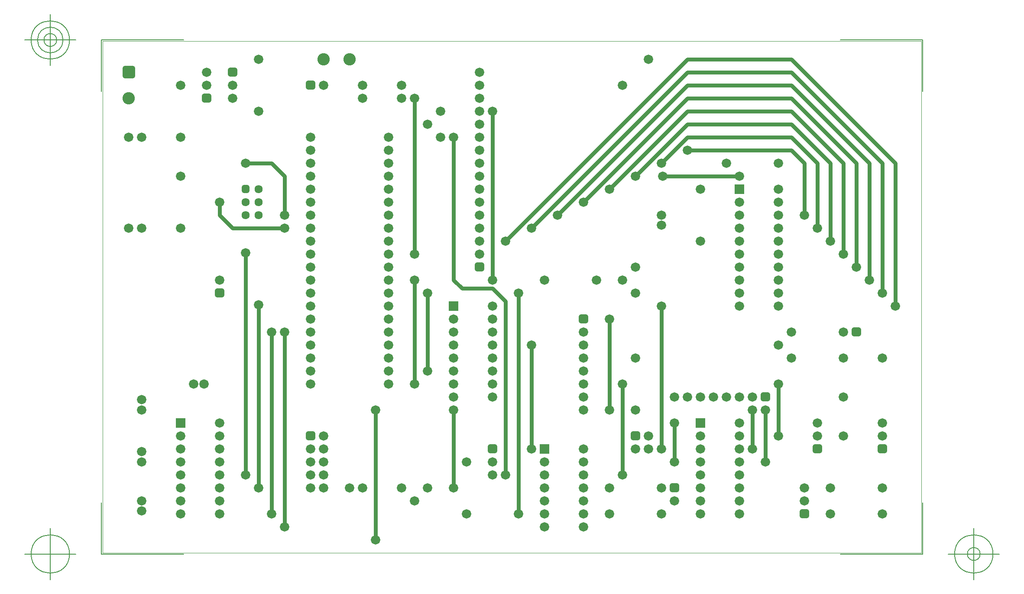
<source format=gbr>
G04 Generated by Ultiboard 14.1 *
%FSLAX25Y25*%
%MOIN*%

%ADD10C,0.00001*%
%ADD11C,0.03000*%
%ADD12C,0.00500*%
%ADD13C,0.00004*%
%ADD14C,0.07200*%
%ADD15R,0.07200X0.07200*%
%ADD16R,0.03283X0.03283*%
%ADD17C,0.03917*%
%ADD18C,0.09500*%
%ADD19R,0.05583X0.05583*%
%ADD20C,0.00100*%
%ADD21C,0.06334*%
%ADD22R,0.02083X0.02083*%


G04 ColorRGB 00FF00 for the following layer *
%LNCopper Top*%
%LPD*%
G54D10*
G54D11*
X610000Y300000D02*
X610000Y190000D01*
X530000Y380000D02*
X610000Y300000D01*
X590000Y300000D02*
X590000Y210000D01*
X530000Y360000D02*
X590000Y300000D01*
X580000Y300000D02*
X580000Y220000D01*
X530000Y350000D02*
X580000Y300000D01*
X570000Y300000D02*
X570000Y230000D01*
X530000Y340000D02*
X570000Y300000D01*
X560000Y300000D02*
X560000Y240000D01*
X530000Y330000D02*
X560000Y300000D01*
X550000Y250000D02*
X550000Y300000D01*
X530000Y320000D02*
X550000Y300000D01*
X600000Y300000D02*
X600000Y200000D01*
X530000Y370000D02*
X600000Y300000D01*
X540000Y300000D02*
X540000Y260000D01*
X310000Y240000D02*
X450000Y380000D01*
X530000Y380000D01*
X330000Y250000D02*
X450000Y370000D01*
X530000Y370000D01*
X350000Y260000D02*
X450000Y360000D01*
X530000Y360000D01*
X370000Y270000D02*
X450000Y350000D01*
X530000Y350000D01*
X390000Y280000D02*
X450000Y340000D01*
X530000Y340000D01*
X410000Y290000D02*
X450000Y330000D01*
X530000Y330000D01*
X430000Y300000D02*
X450000Y320000D01*
X530000Y320000D01*
X450000Y310000D02*
X530000Y310000D01*
X540000Y300000D01*
X120000Y190000D02*
X120000Y50000D01*
X110000Y230000D02*
X110000Y60000D01*
X330000Y160000D02*
X330000Y80000D01*
X270000Y210000D02*
X270000Y320000D01*
X270000Y50000D02*
X270000Y110000D01*
X240000Y230000D02*
X240000Y350000D01*
X240000Y210000D02*
X240000Y130000D01*
X250000Y200000D02*
X250000Y140000D01*
X300000Y210000D02*
X300000Y340000D01*
X130000Y30000D02*
X130000Y170000D01*
X320000Y200000D02*
X320000Y30000D01*
X140000Y170000D02*
X140000Y20000D01*
X430000Y190000D02*
X430000Y80000D01*
X400000Y60000D02*
X400000Y130000D01*
X440000Y70000D02*
X440000Y100000D01*
X520000Y130000D02*
X520000Y90000D01*
X510000Y70000D02*
X510000Y110000D01*
X500000Y80000D02*
X500000Y110000D01*
X390000Y180000D02*
X390000Y110000D01*
X210000Y10000D02*
X210000Y110000D01*
X430000Y290000D02*
X490000Y290000D01*
X90000Y270000D02*
X90000Y260000D01*
X100000Y250000D01*
X140000Y250000D01*
X140000Y260000D02*
X140000Y290000D01*
X130000Y300000D01*
X110000Y300000D01*
X310000Y60000D02*
X310000Y193500D01*
X300000Y203500D02*
X276500Y203500D01*
X270000Y210000D01*
X300000Y203500D02*
X310000Y193500D01*
G54D12*
X-1000Y-1000D02*
X-1000Y38570D01*
X-1000Y-1000D02*
X62192Y-1000D01*
X630921Y-1000D02*
X567729Y-1000D01*
X630921Y-1000D02*
X630921Y38570D01*
X630921Y394701D02*
X630921Y355131D01*
X630921Y394701D02*
X567729Y394701D01*
X-1000Y394701D02*
X62192Y394701D01*
X-1000Y394701D02*
X-1000Y355131D01*
X-20685Y-1000D02*
X-60055Y-1000D01*
X-40370Y-20685D02*
X-40370Y18685D01*
X-55134Y-1000D02*
G75*
D01*
G02X-55134Y-1000I14764J0*
G01*
X650606Y-1000D02*
X689976Y-1000D01*
X670291Y-20685D02*
X670291Y18685D01*
X655528Y-1000D02*
G75*
D01*
G02X655528Y-1000I14763J0*
G01*
X665370Y-1000D02*
G75*
D01*
G02X665370Y-1000I4921J0*
G01*
X-20685Y394701D02*
X-60055Y394701D01*
X-40370Y375016D02*
X-40370Y414386D01*
X-55134Y394701D02*
G75*
D01*
G02X-55134Y394701I14764J0*
G01*
X-50213Y394701D02*
G75*
D01*
G02X-50213Y394701I9843J0*
G01*
X-45291Y394701D02*
G75*
D01*
G02X-45291Y394701I4921J0*
G01*
X-1000Y-1000D02*
X-1000Y38570D01*
X-1000Y-1000D02*
X62192Y-1000D01*
X630921Y-1000D02*
X567729Y-1000D01*
X630921Y-1000D02*
X630921Y38570D01*
X630921Y394701D02*
X630921Y355131D01*
X630921Y394701D02*
X567729Y394701D01*
X-1000Y394701D02*
X62192Y394701D01*
X-1000Y394701D02*
X-1000Y355131D01*
X-20685Y-1000D02*
X-60055Y-1000D01*
X-40370Y-20685D02*
X-40370Y18685D01*
X-55134Y-1000D02*
G75*
D01*
G02X-55134Y-1000I14764J0*
G01*
X650606Y-1000D02*
X689976Y-1000D01*
X670291Y-20685D02*
X670291Y18685D01*
X655528Y-1000D02*
G75*
D01*
G02X655528Y-1000I14763J0*
G01*
X665370Y-1000D02*
G75*
D01*
G02X665370Y-1000I4921J0*
G01*
X-20685Y394701D02*
X-60055Y394701D01*
X-40370Y375016D02*
X-40370Y414386D01*
X-55134Y394701D02*
G75*
D01*
G02X-55134Y394701I14764J0*
G01*
X-50213Y394701D02*
G75*
D01*
G02X-50213Y394701I9843J0*
G01*
X-45291Y394701D02*
G75*
D01*
G02X-45291Y394701I4921J0*
G01*
G54D13*
X0Y0D02*
X629921Y0D01*
X629921Y393701D01*
X0Y393701D01*
X0Y0D01*
G54D14*
X60000Y40000D03*
X60000Y30000D03*
X90000Y40000D03*
X90000Y30000D03*
X90000Y100000D03*
X60000Y80000D03*
X60000Y90000D03*
X60000Y70000D03*
X60000Y50000D03*
X60000Y60000D03*
X90000Y70000D03*
X90000Y80000D03*
X90000Y90000D03*
X90000Y50000D03*
X90000Y60000D03*
X77833Y130000D03*
X70000Y130000D03*
X30000Y320000D03*
X20000Y320000D03*
X100000Y359989D03*
X100000Y349989D03*
X160000Y270000D03*
X220000Y270000D03*
X220000Y300000D03*
X220000Y310000D03*
X220000Y320000D03*
X220000Y280000D03*
X220000Y290000D03*
X220000Y210000D03*
X220000Y240000D03*
X220000Y250000D03*
X220000Y260000D03*
X220000Y220000D03*
X220000Y230000D03*
X220000Y180000D03*
X220000Y190000D03*
X220000Y200000D03*
X220000Y150000D03*
X220000Y160000D03*
X220000Y170000D03*
X220000Y140000D03*
X220000Y130000D03*
X160000Y300000D03*
X160000Y310000D03*
X160000Y320000D03*
X160000Y280000D03*
X160000Y290000D03*
X160000Y210000D03*
X160000Y240000D03*
X160000Y250000D03*
X160000Y260000D03*
X160000Y230000D03*
X160000Y220000D03*
X160000Y180000D03*
X160000Y200000D03*
X160000Y190000D03*
X160000Y150000D03*
X160000Y170000D03*
X160000Y160000D03*
X160000Y140000D03*
X160000Y130000D03*
X300000Y190000D03*
X270000Y170000D03*
X270000Y180000D03*
X270000Y160000D03*
X270000Y140000D03*
X270000Y150000D03*
X270000Y130000D03*
X270000Y120000D03*
X300000Y130000D03*
X300000Y160000D03*
X300000Y170000D03*
X300000Y180000D03*
X300000Y140000D03*
X300000Y150000D03*
X300000Y120000D03*
X340000Y210000D03*
X380000Y210000D03*
X230000Y360000D03*
X230000Y350000D03*
X200000Y360000D03*
X200000Y350000D03*
X520000Y280000D03*
X490000Y270000D03*
X490000Y250000D03*
X490000Y260000D03*
X490000Y240000D03*
X490000Y220000D03*
X490000Y230000D03*
X490000Y210000D03*
X490000Y200000D03*
X490000Y190000D03*
X520000Y220000D03*
X520000Y250000D03*
X520000Y270000D03*
X520000Y260000D03*
X520000Y240000D03*
X520000Y230000D03*
X520000Y210000D03*
X520000Y200000D03*
X520000Y190000D03*
X480000Y300000D03*
X520000Y300000D03*
X460000Y240000D03*
X460000Y280000D03*
X430000Y252167D03*
X430000Y260000D03*
X250000Y330000D03*
X260000Y320000D03*
X260000Y340000D03*
X60000Y360000D03*
X60000Y320000D03*
X60000Y290000D03*
X60000Y250000D03*
X30000Y250000D03*
X20000Y250000D03*
X30000Y32167D03*
X30000Y40000D03*
X30000Y117833D03*
X30000Y110000D03*
X30000Y77833D03*
X30000Y70000D03*
X200000Y50000D03*
X190000Y50000D03*
X250000Y50000D03*
X240000Y40000D03*
X230000Y50000D03*
X280000Y70000D03*
X280000Y30000D03*
X340000Y30000D03*
X340000Y20000D03*
X370000Y20000D03*
X370000Y30000D03*
X370000Y80000D03*
X340000Y50000D03*
X340000Y70000D03*
X340000Y60000D03*
X340000Y40000D03*
X370000Y50000D03*
X370000Y70000D03*
X370000Y60000D03*
X370000Y40000D03*
X460000Y30000D03*
X490000Y30000D03*
X490000Y100000D03*
X460000Y80000D03*
X460000Y90000D03*
X460000Y70000D03*
X460000Y50000D03*
X460000Y60000D03*
X460000Y40000D03*
X490000Y40000D03*
X490000Y70000D03*
X490000Y80000D03*
X490000Y90000D03*
X490000Y50000D03*
X490000Y60000D03*
X600000Y50000D03*
X560000Y50000D03*
X600000Y30000D03*
X560000Y30000D03*
X410000Y200000D03*
X400000Y210000D03*
X410000Y220000D03*
X390000Y30000D03*
X430000Y30000D03*
X390000Y50000D03*
X430000Y50000D03*
X410000Y110000D03*
X410000Y150000D03*
X530000Y150000D03*
X520000Y160000D03*
X530000Y170000D03*
X290000Y260000D03*
X290000Y230000D03*
X290000Y250000D03*
X290000Y240000D03*
X290000Y290000D03*
X290000Y280000D03*
X290000Y270000D03*
X290000Y310000D03*
X290000Y300000D03*
X290000Y320000D03*
X290000Y360000D03*
X290000Y340000D03*
X290000Y330000D03*
X290000Y350000D03*
X290000Y370000D03*
X170000Y360000D03*
X90000Y210000D03*
X600000Y150000D03*
X570000Y150000D03*
X570000Y170000D03*
X550000Y90000D03*
X550000Y100000D03*
X600000Y90000D03*
X600000Y100000D03*
X540000Y40000D03*
X540000Y50000D03*
X440000Y40000D03*
X420000Y90000D03*
X410000Y80000D03*
X420000Y80000D03*
X440000Y120000D03*
X490000Y120000D03*
X500000Y120000D03*
X480000Y120000D03*
X460000Y120000D03*
X470000Y120000D03*
X450000Y120000D03*
X300000Y70000D03*
X300000Y60000D03*
X170000Y70000D03*
X160000Y70000D03*
X170000Y90000D03*
X170000Y80000D03*
X160000Y80000D03*
X160000Y50000D03*
X170000Y50000D03*
X170000Y60000D03*
X160000Y60000D03*
X370000Y110000D03*
X370000Y160000D03*
X370000Y170000D03*
X370000Y150000D03*
X370000Y130000D03*
X370000Y140000D03*
X370000Y120000D03*
X320000Y30000D03*
X310000Y60000D03*
X400000Y60000D03*
X440000Y70000D03*
X510000Y70000D03*
X330000Y80000D03*
X430000Y80000D03*
X500000Y80000D03*
X520000Y90000D03*
X440000Y100000D03*
X390000Y110000D03*
X500000Y110000D03*
X510000Y110000D03*
X400000Y130000D03*
X520000Y130000D03*
X330000Y160000D03*
X390000Y180000D03*
X430000Y190000D03*
X610000Y190000D03*
X320000Y200000D03*
X600000Y200000D03*
X210000Y10000D03*
X140000Y20000D03*
X130000Y30000D03*
X120000Y50000D03*
X270000Y50000D03*
X110000Y60000D03*
X210000Y110000D03*
X270000Y110000D03*
X240000Y130000D03*
X250000Y140000D03*
X130000Y170000D03*
X140000Y170000D03*
X120000Y191000D03*
X250000Y200000D03*
X240000Y210000D03*
X300000Y210000D03*
X590000Y210000D03*
X580000Y220000D03*
X110000Y231000D03*
X240000Y230000D03*
X570000Y230000D03*
X310000Y240000D03*
X560000Y240000D03*
X140000Y250000D03*
X330000Y250000D03*
X550000Y250000D03*
X140000Y260000D03*
X350000Y260000D03*
X540000Y260000D03*
X90000Y270000D03*
X370000Y270000D03*
X390000Y280000D03*
X410000Y290000D03*
X431000Y290000D03*
X490000Y290000D03*
X110000Y300000D03*
X430000Y300000D03*
X450000Y310000D03*
X270000Y320000D03*
X300000Y340000D03*
X240000Y350000D03*
X80000Y360000D03*
X80000Y370000D03*
X120000Y340000D03*
X120000Y380000D03*
X570000Y90000D03*
X570000Y90000D03*
X570000Y120000D03*
X570000Y120000D03*
X420000Y380000D03*
X420000Y380000D03*
X400000Y360000D03*
X400000Y360000D03*
G54D15*
X60000Y100000D03*
X270000Y190000D03*
X490000Y280000D03*
X340000Y80000D03*
X460000Y100000D03*
G54D16*
X100000Y369989D03*
X290000Y220000D03*
X160000Y360000D03*
X90000Y200000D03*
X580000Y170000D03*
X550000Y80000D03*
X600000Y80000D03*
X540000Y30000D03*
X440000Y50000D03*
X410000Y90000D03*
X510000Y120000D03*
X300000Y80000D03*
X160000Y90000D03*
X370000Y180000D03*
X80000Y350000D03*
G54D17*
X98359Y368348D02*
X101641Y368348D01*
X101641Y371630D01*
X98359Y371630D01*
X98359Y368348D01*D02*
X17209Y367209D02*
X22791Y367209D01*
X22791Y372791D01*
X17209Y372791D01*
X17209Y367209D01*D02*
X108959Y278959D02*
X111041Y278959D01*
X111041Y281041D01*
X108959Y281041D01*
X108959Y278959D01*D02*
X288359Y218359D02*
X291641Y218359D01*
X291641Y221641D01*
X288359Y221641D01*
X288359Y218359D01*D02*
X158359Y358359D02*
X161641Y358359D01*
X161641Y361641D01*
X158359Y361641D01*
X158359Y358359D01*D02*
X88359Y198359D02*
X91641Y198359D01*
X91641Y201641D01*
X88359Y201641D01*
X88359Y198359D01*D02*
X578359Y168359D02*
X581641Y168359D01*
X581641Y171641D01*
X578359Y171641D01*
X578359Y168359D01*D02*
X548359Y78359D02*
X551641Y78359D01*
X551641Y81641D01*
X548359Y81641D01*
X548359Y78359D01*D02*
X598359Y78359D02*
X601641Y78359D01*
X601641Y81641D01*
X598359Y81641D01*
X598359Y78359D01*D02*
X538359Y28359D02*
X541641Y28359D01*
X541641Y31641D01*
X538359Y31641D01*
X538359Y28359D01*D02*
X438359Y48359D02*
X441641Y48359D01*
X441641Y51641D01*
X438359Y51641D01*
X438359Y48359D01*D02*
X408359Y88359D02*
X411641Y88359D01*
X411641Y91641D01*
X408359Y91641D01*
X408359Y88359D01*D02*
X508359Y118359D02*
X511641Y118359D01*
X511641Y121641D01*
X508359Y121641D01*
X508359Y118359D01*D02*
X298359Y78359D02*
X301641Y78359D01*
X301641Y81641D01*
X298359Y81641D01*
X298359Y78359D01*D02*
X158359Y88359D02*
X161641Y88359D01*
X161641Y91641D01*
X158359Y91641D01*
X158359Y88359D01*D02*
X368359Y178359D02*
X371641Y178359D01*
X371641Y181641D01*
X368359Y181641D01*
X368359Y178359D01*D02*
X78359Y348359D02*
X81641Y348359D01*
X81641Y351641D01*
X78359Y351641D01*
X78359Y348359D01*D02*
G54D18*
X20000Y350000D03*
X170000Y380000D03*
X190000Y380000D03*
G54D19*
X20000Y370000D03*
G54D20*
X20000Y360000D03*
X600000Y140000D03*
X570000Y140000D03*
X150000Y380000D03*
G54D21*
X120000Y280000D03*
X120000Y260000D03*
X110000Y260000D03*
X120000Y270000D03*
X110000Y270000D03*
G54D22*
X110000Y280000D03*

M02*

</source>
